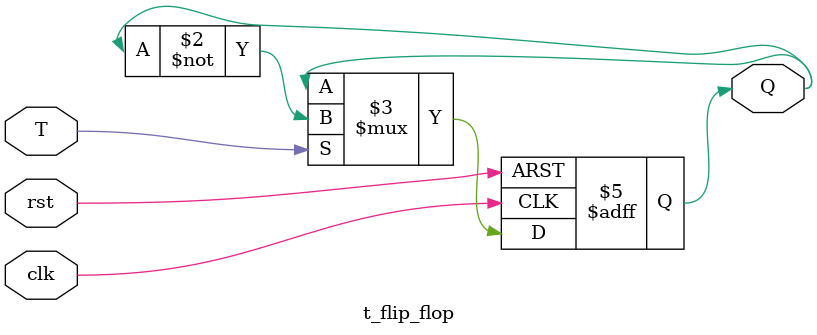
<source format=sv>
`timescale 1ns / 1ps


module t_flip_flop(
input logic T,
    input logic clk,
    input logic rst,  // Add reset signal
    output logic Q
    );
      always_ff @(posedge clk or posedge rst) begin
        if (rst)
            Q <= 0;  // Initialize Q to 0 on reset
        else if (T)
            Q <= ~Q;
    end
 
endmodule

</source>
